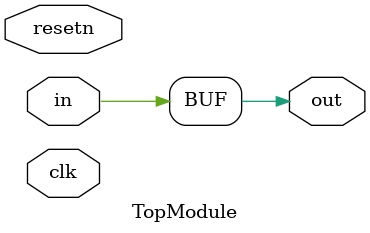
<source format=v>
module TopModule (
  input clk,
  input resetn,
  input in,
  output out
);

  // Module body - leave empty or add minimal placeholder
  // Example placeholder:
  assign out = in; 

endmodule
</source>
